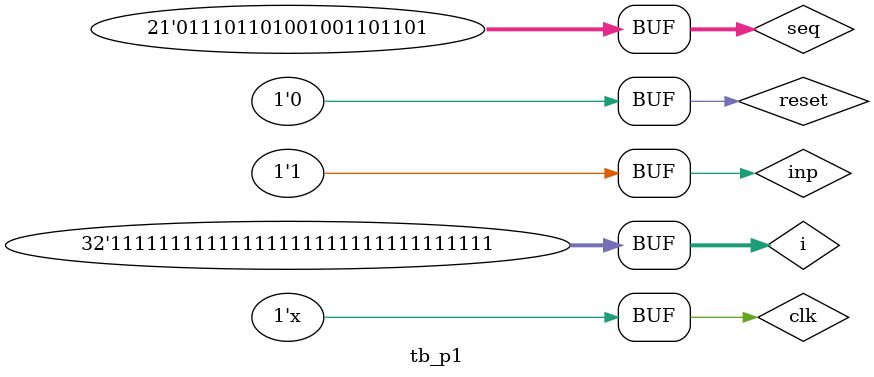
<source format=v>

module p1(out,curr_state,clk,reset,inp);

output out;
input clk,reset,inp;
output [2:0] curr_state;
reg [2:0] curr_state;
reg [2:0] next_state;

parameter [2:0] S0=3'b000,S1=3'b001,S2=3'b010,S3=3'b011,S4=3'b100;

initial 
begin 
	curr_state = 3'b000;
	next_state = 3'b000;
end

// Sequential logic

always @(posedge clk)
begin
	if(reset)
		curr_state = S0;
	else
		curr_state = next_state;
end

// Combinational Logic

always @(curr_state or inp)
begin
	case(curr_state)

		S0 :	if(reset) next_state = S0;
				else if(inp) next_state = S1;
				else next_state = S0;

		S1 :	if(reset) next_state = S0;
				else if(inp) next_state = S2;
				else next_state = S0;

		S2 :	if(reset) next_state = S0;
				else if(inp) next_state = S2;
				else next_state = S3;

		S3 :	if(reset) next_state = S0;
				else if(inp) next_state = S4;
				else next_state = S0;

		S4 :	if(reset) next_state = S0;
				else if(inp) next_state = S2;
				else next_state = S0;

	endcase
end
    assign out = (curr_state == S4);
endmodule 

// Test bench for p1.v

module tb_p1();

reg clk,reset,inp;
wire out;
wire [2:0] curr_state;
integer i;

p1 uut(out,curr_state,clk,reset,inp);

reg [20:0] seq = 20'b11101101001001101101;

initial 
	reset = 1'b1;
	always #10 clk = ~clk;

initial
begin
	clk = 1'b1;
	reset = 1'b0;
	for (i = 20; i >= 0; i = i - 1)
	begin
		inp = seq[i]; #20
		$monitor("seq_bit = %b, out = %b, reset = %b\n", inp, out, reset, $time);
	end
end

endmodule
 

</source>
